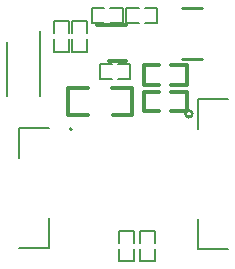
<source format=gto>
G04*
G04 #@! TF.GenerationSoftware,Altium Limited,Altium Designer,25.8.1 (18)*
G04*
G04 Layer_Color=65535*
%FSLAX44Y44*%
%MOMM*%
G71*
G04*
G04 #@! TF.SameCoordinates,ACFAF3E9-8082-44EF-AA5D-C20FC646A692*
G04*
G04*
G04 #@! TF.FilePolarity,Positive*
G04*
G01*
G75*
%ADD10C,0.2540*%
%ADD11C,0.2000*%
%ADD12C,0.3000*%
%ADD13C,0.3048*%
D10*
X177828Y144500D02*
G03*
X177828Y144500I-2828J0D01*
G01*
X169250Y190500D02*
X185750D01*
X169250Y234500D02*
X185750D01*
D11*
X76012Y131538D02*
G03*
X76012Y131538I-1000J0D01*
G01*
X183010Y131930D02*
Y157330D01*
X208410D01*
X183010Y30330D02*
X208410D01*
X183010D02*
Y55730D01*
X30840Y106720D02*
Y132120D01*
X56240D01*
X30840Y30520D02*
X56240D01*
Y55920D01*
X49200Y159500D02*
Y214500D01*
X20800Y159500D02*
Y205500D01*
X146349Y19547D02*
Y29961D01*
X133649Y45455D02*
X146349D01*
X133649Y35041D02*
Y45455D01*
X146349Y35041D02*
Y45455D01*
X133903Y19547D02*
X146349D01*
X133649D02*
Y29961D01*
X122046Y234350D02*
X132460D01*
X122046Y221650D02*
Y234096D01*
X137540Y221650D02*
X147954D01*
X137540Y234350D02*
X147954D01*
Y221650D02*
Y234350D01*
X122046Y221650D02*
X132460D01*
X99546Y186850D02*
X109960D01*
X99546Y174150D02*
Y186596D01*
X115040Y174150D02*
X125454D01*
X115040Y186850D02*
X125454D01*
Y174150D02*
Y186850D01*
X99546Y174150D02*
X109960D01*
X60650Y197046D02*
Y207460D01*
X60904Y197046D02*
X73350D01*
Y212540D02*
Y222954D01*
X60650Y212540D02*
Y222954D01*
X73350D01*
Y197046D02*
Y207460D01*
X76151Y212539D02*
Y222953D01*
Y197045D02*
X88851D01*
Y207459D01*
X76151Y197045D02*
Y207459D01*
Y222953D02*
X88597D01*
X88851Y212539D02*
Y222953D01*
X108539Y234349D02*
X118953D01*
X93045Y221649D02*
Y234349D01*
Y221649D02*
X103459D01*
X93045Y234349D02*
X103459D01*
X118953Y221903D02*
Y234349D01*
X108539Y221649D02*
X118953D01*
X128849Y19547D02*
Y29961D01*
X116149Y45455D02*
X128849D01*
X116149Y35041D02*
Y45455D01*
X128849Y35041D02*
Y45455D01*
X116403Y19547D02*
X128849D01*
X116149D02*
Y29961D01*
D12*
X107000Y189500D02*
X122000D01*
X97500Y219500D02*
X122000D01*
D13*
X109907Y166177D02*
X127179D01*
Y143825D02*
Y166177D01*
X110415Y143825D02*
X127052D01*
X72696Y166177D02*
X89333D01*
X72569Y143825D02*
Y166177D01*
Y143825D02*
X89841D01*
X160080Y146618D02*
X173034D01*
X160080Y163382D02*
X173034D01*
X136966D02*
X149920D01*
X136966Y146618D02*
X149920D01*
X173034D02*
Y163382D01*
X136966Y146618D02*
Y163382D01*
X160080Y169118D02*
X173034D01*
X160080Y185882D02*
X173034D01*
X136966D02*
X149920D01*
X136966Y169118D02*
X149920D01*
X173034D02*
Y185882D01*
X136966Y169118D02*
Y185882D01*
M02*

</source>
